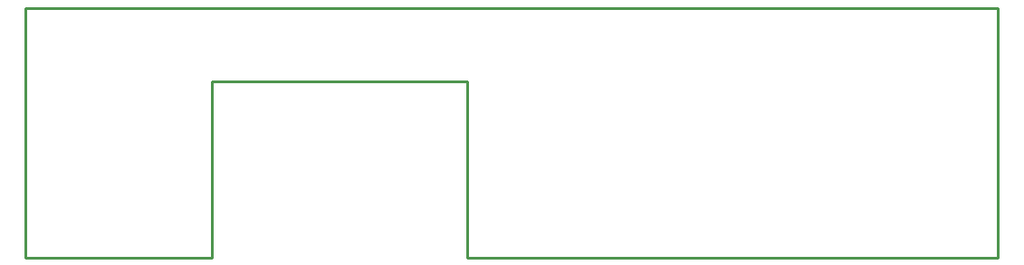
<source format=gbr>
G04 start of page 4 for group 2 idx 2 *
G04 Title: (unknown), outline *
G04 Creator: pcb 1.99z *
G04 CreationDate: Sat 29 Oct 2016 01:04:30 AM GMT UTC *
G04 For: commonadmin *
G04 Format: Gerber/RS-274X *
G04 PCB-Dimensions (mil): 4000.00 3000.00 *
G04 PCB-Coordinate-Origin: lower left *
%MOIN*%
%FSLAX25Y25*%
%LNOUTLINE*%
%ADD50C,0.0100*%
G54D50*X361500Y8031D02*X166000D01*
X72000Y73031D02*X166000D01*
Y8031D01*
X3500D02*X72000D01*
Y73031D01*
X3500Y8031D02*Y100000D01*
X72000Y100031D02*X3531D01*
X3500Y100000D01*
X361500Y8031D02*Y100000D01*
X72000Y100031D02*X361469D01*
X361500Y100000D01*
M02*

</source>
